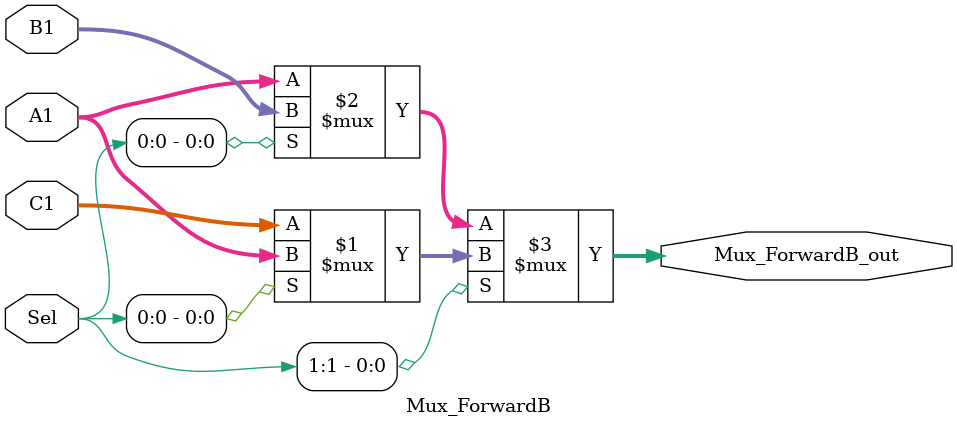
<source format=sv>
module Mux_ForwardB(Sel , A1, B1, C1, Mux_ForwardB_out);
	input [1:0] Sel;
	input [31:0] A1, B1, C1;
	output [31:0] Mux_ForwardB_out;
	
	assign Mux_ForwardB_out = Sel[1] ? (Sel[0] ? A1 : C1) : (Sel[0] ? B1 : A1);
endmodule 
</source>
